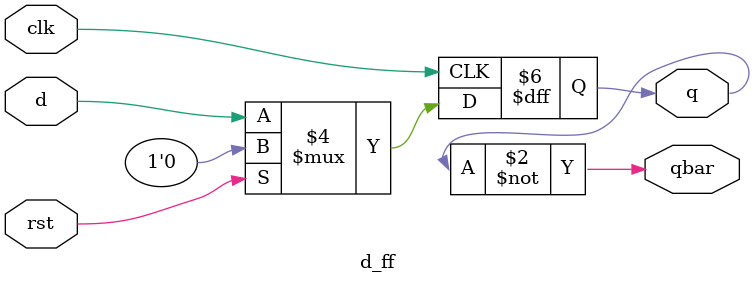
<source format=sv>

module d_ff( clk, rst, d, q, qbar );
  input clk, rst;
  input d;
  output reg q;
  output qbar;
  
  always @( posedge clk )
    begin
      if( rst )
        q	<= 1'b0;
      else
        q 	<= d;
    end
  assign qbar = ~q;
endmodule

</source>
